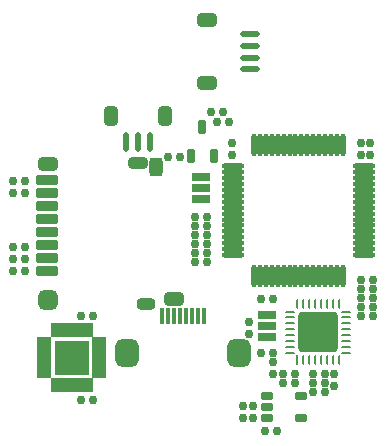
<source format=gts>
G04*
G04 #@! TF.GenerationSoftware,Altium Limited,Altium Designer,22.0.2 (36)*
G04*
G04 Layer_Color=8388736*
%FSLAX25Y25*%
%MOIN*%
G70*
G04*
G04 #@! TF.SameCoordinates,9873FD8C-C369-40C8-B75A-0789E1F0109A*
G04*
G04*
G04 #@! TF.FilePolarity,Negative*
G04*
G01*
G75*
%ADD42R,0.00942X0.03188*%
G04:AMPARAMS|DCode=43|XSize=31.88mil|YSize=9.42mil|CornerRadius=4.71mil|HoleSize=0mil|Usage=FLASHONLY|Rotation=90.000|XOffset=0mil|YOffset=0mil|HoleType=Round|Shape=RoundedRectangle|*
%AMROUNDEDRECTD43*
21,1,0.03188,0.00000,0,0,90.0*
21,1,0.02245,0.00942,0,0,90.0*
1,1,0.00942,0.00000,0.01123*
1,1,0.00942,0.00000,-0.01123*
1,1,0.00942,0.00000,-0.01123*
1,1,0.00942,0.00000,0.01123*
%
%ADD43ROUNDEDRECTD43*%
G04:AMPARAMS|DCode=44|XSize=9.42mil|YSize=31.88mil|CornerRadius=4.71mil|HoleSize=0mil|Usage=FLASHONLY|Rotation=90.000|XOffset=0mil|YOffset=0mil|HoleType=Round|Shape=RoundedRectangle|*
%AMROUNDEDRECTD44*
21,1,0.00942,0.02245,0,0,90.0*
21,1,0.00000,0.03188,0,0,90.0*
1,1,0.00942,0.01123,0.00000*
1,1,0.00942,0.01123,0.00000*
1,1,0.00942,-0.01123,0.00000*
1,1,0.00942,-0.01123,0.00000*
%
%ADD44ROUNDEDRECTD44*%
G04:AMPARAMS|DCode=45|XSize=26mil|YSize=26mil|CornerRadius=8mil|HoleSize=0mil|Usage=FLASHONLY|Rotation=180.000|XOffset=0mil|YOffset=0mil|HoleType=Round|Shape=RoundedRectangle|*
%AMROUNDEDRECTD45*
21,1,0.02600,0.01000,0,0,180.0*
21,1,0.01000,0.02600,0,0,180.0*
1,1,0.01600,-0.00500,0.00500*
1,1,0.01600,0.00500,0.00500*
1,1,0.01600,0.00500,-0.00500*
1,1,0.01600,-0.00500,-0.00500*
%
%ADD45ROUNDEDRECTD45*%
G04:AMPARAMS|DCode=46|XSize=26mil|YSize=26mil|CornerRadius=8mil|HoleSize=0mil|Usage=FLASHONLY|Rotation=90.000|XOffset=0mil|YOffset=0mil|HoleType=Round|Shape=RoundedRectangle|*
%AMROUNDEDRECTD46*
21,1,0.02600,0.01000,0,0,90.0*
21,1,0.01000,0.02600,0,0,90.0*
1,1,0.01600,0.00500,0.00500*
1,1,0.01600,0.00500,-0.00500*
1,1,0.01600,-0.00500,-0.00500*
1,1,0.01600,-0.00500,0.00500*
%
%ADD46ROUNDEDRECTD46*%
G04:AMPARAMS|DCode=47|XSize=45.37mil|YSize=65.06mil|CornerRadius=12.84mil|HoleSize=0mil|Usage=FLASHONLY|Rotation=180.000|XOffset=0mil|YOffset=0mil|HoleType=Round|Shape=RoundedRectangle|*
%AMROUNDEDRECTD47*
21,1,0.04537,0.03937,0,0,180.0*
21,1,0.01968,0.06506,0,0,180.0*
1,1,0.02568,-0.00984,0.01968*
1,1,0.02568,0.00984,0.01968*
1,1,0.02568,0.00984,-0.01968*
1,1,0.02568,-0.00984,-0.01968*
%
%ADD47ROUNDEDRECTD47*%
G04:AMPARAMS|DCode=48|XSize=21.75mil|YSize=65.06mil|CornerRadius=6.94mil|HoleSize=0mil|Usage=FLASHONLY|Rotation=0.000|XOffset=0mil|YOffset=0mil|HoleType=Round|Shape=RoundedRectangle|*
%AMROUNDEDRECTD48*
21,1,0.02175,0.05118,0,0,0.0*
21,1,0.00787,0.06506,0,0,0.0*
1,1,0.01387,0.00394,-0.02559*
1,1,0.01387,-0.00394,-0.02559*
1,1,0.01387,-0.00394,0.02559*
1,1,0.01387,0.00394,0.02559*
%
%ADD48ROUNDEDRECTD48*%
G04:AMPARAMS|DCode=49|XSize=21.75mil|YSize=65.06mil|CornerRadius=6.94mil|HoleSize=0mil|Usage=FLASHONLY|Rotation=270.000|XOffset=0mil|YOffset=0mil|HoleType=Round|Shape=RoundedRectangle|*
%AMROUNDEDRECTD49*
21,1,0.02175,0.05118,0,0,270.0*
21,1,0.00787,0.06506,0,0,270.0*
1,1,0.01387,-0.02559,-0.00394*
1,1,0.01387,-0.02559,0.00394*
1,1,0.01387,0.02559,0.00394*
1,1,0.01387,0.02559,-0.00394*
%
%ADD49ROUNDEDRECTD49*%
G04:AMPARAMS|DCode=50|XSize=45.37mil|YSize=65.06mil|CornerRadius=12.84mil|HoleSize=0mil|Usage=FLASHONLY|Rotation=270.000|XOffset=0mil|YOffset=0mil|HoleType=Round|Shape=RoundedRectangle|*
%AMROUNDEDRECTD50*
21,1,0.04537,0.03937,0,0,270.0*
21,1,0.01968,0.06506,0,0,270.0*
1,1,0.02568,-0.01968,-0.00984*
1,1,0.02568,-0.01968,0.00984*
1,1,0.02568,0.01968,0.00984*
1,1,0.02568,0.01968,-0.00984*
%
%ADD50ROUNDEDRECTD50*%
G04:AMPARAMS|DCode=51|XSize=37.5mil|YSize=65.06mil|CornerRadius=10.87mil|HoleSize=0mil|Usage=FLASHONLY|Rotation=270.000|XOffset=0mil|YOffset=0mil|HoleType=Round|Shape=RoundedRectangle|*
%AMROUNDEDRECTD51*
21,1,0.03750,0.04331,0,0,270.0*
21,1,0.01575,0.06506,0,0,270.0*
1,1,0.02175,-0.02165,-0.00787*
1,1,0.02175,-0.02165,0.00787*
1,1,0.02175,0.02165,0.00787*
1,1,0.02175,0.02165,-0.00787*
%
%ADD51ROUNDEDRECTD51*%
G04:AMPARAMS|DCode=52|XSize=37.5mil|YSize=61.12mil|CornerRadius=10.87mil|HoleSize=0mil|Usage=FLASHONLY|Rotation=270.000|XOffset=0mil|YOffset=0mil|HoleType=Round|Shape=RoundedRectangle|*
%AMROUNDEDRECTD52*
21,1,0.03750,0.03937,0,0,270.0*
21,1,0.01575,0.06112,0,0,270.0*
1,1,0.02175,-0.01968,-0.00787*
1,1,0.02175,-0.01968,0.00787*
1,1,0.02175,0.01968,0.00787*
1,1,0.02175,0.01968,-0.00787*
%
%ADD52ROUNDEDRECTD52*%
G04:AMPARAMS|DCode=53|XSize=46mil|YSize=65.06mil|CornerRadius=13mil|HoleSize=0mil|Usage=FLASHONLY|Rotation=270.000|XOffset=0mil|YOffset=0mil|HoleType=Round|Shape=RoundedRectangle|*
%AMROUNDEDRECTD53*
21,1,0.04600,0.03906,0,0,270.0*
21,1,0.02000,0.06506,0,0,270.0*
1,1,0.02600,-0.01953,-0.01000*
1,1,0.02600,-0.01953,0.01000*
1,1,0.02600,0.01953,0.01000*
1,1,0.02600,0.01953,-0.01000*
%
%ADD53ROUNDEDRECTD53*%
G04:AMPARAMS|DCode=54|XSize=65.06mil|YSize=65.06mil|CornerRadius=17.76mil|HoleSize=0mil|Usage=FLASHONLY|Rotation=270.000|XOffset=0mil|YOffset=0mil|HoleType=Round|Shape=RoundedRectangle|*
%AMROUNDEDRECTD54*
21,1,0.06506,0.02953,0,0,270.0*
21,1,0.02953,0.06506,0,0,270.0*
1,1,0.03553,-0.01476,-0.01476*
1,1,0.03553,-0.01476,0.01476*
1,1,0.03553,0.01476,0.01476*
1,1,0.03553,0.01476,-0.01476*
%
%ADD54ROUNDEDRECTD54*%
G04:AMPARAMS|DCode=55|XSize=63.09mil|YSize=45.37mil|CornerRadius=12.84mil|HoleSize=0mil|Usage=FLASHONLY|Rotation=270.000|XOffset=0mil|YOffset=0mil|HoleType=Round|Shape=RoundedRectangle|*
%AMROUNDEDRECTD55*
21,1,0.06309,0.01968,0,0,270.0*
21,1,0.03740,0.04537,0,0,270.0*
1,1,0.02568,-0.00984,-0.01870*
1,1,0.02568,-0.00984,0.01870*
1,1,0.02568,0.00984,0.01870*
1,1,0.02568,0.00984,-0.01870*
%
%ADD55ROUNDEDRECTD55*%
G04:AMPARAMS|DCode=56|XSize=45.37mil|YSize=67.02mil|CornerRadius=12.84mil|HoleSize=0mil|Usage=FLASHONLY|Rotation=270.000|XOffset=0mil|YOffset=0mil|HoleType=Round|Shape=RoundedRectangle|*
%AMROUNDEDRECTD56*
21,1,0.04537,0.04134,0,0,270.0*
21,1,0.01968,0.06702,0,0,270.0*
1,1,0.02568,-0.02067,-0.00984*
1,1,0.02568,-0.02067,0.00984*
1,1,0.02568,0.02067,0.00984*
1,1,0.02568,0.02067,-0.00984*
%
%ADD56ROUNDEDRECTD56*%
G04:AMPARAMS|DCode=57|XSize=33.56mil|YSize=74.9mil|CornerRadius=9.89mil|HoleSize=0mil|Usage=FLASHONLY|Rotation=270.000|XOffset=0mil|YOffset=0mil|HoleType=Round|Shape=RoundedRectangle|*
%AMROUNDEDRECTD57*
21,1,0.03356,0.05512,0,0,270.0*
21,1,0.01378,0.07490,0,0,270.0*
1,1,0.01978,-0.02756,-0.00689*
1,1,0.01978,-0.02756,0.00689*
1,1,0.01978,0.02756,0.00689*
1,1,0.01978,0.02756,-0.00689*
%
%ADD57ROUNDEDRECTD57*%
%ADD58O,0.01781X0.07687*%
%ADD59O,0.07687X0.01781*%
G04:AMPARAMS|DCode=60|XSize=29.62mil|YSize=41mil|CornerRadius=8.91mil|HoleSize=0mil|Usage=FLASHONLY|Rotation=90.000|XOffset=0mil|YOffset=0mil|HoleType=Round|Shape=RoundedRectangle|*
%AMROUNDEDRECTD60*
21,1,0.02962,0.02319,0,0,90.0*
21,1,0.01181,0.04100,0,0,90.0*
1,1,0.01781,0.01159,0.00591*
1,1,0.01781,0.01159,-0.00591*
1,1,0.01781,-0.01159,-0.00591*
1,1,0.01781,-0.01159,0.00591*
%
%ADD60ROUNDEDRECTD60*%
G04:AMPARAMS|DCode=61|XSize=92mil|YSize=78mil|CornerRadius=21mil|HoleSize=0mil|Usage=FLASHONLY|Rotation=270.000|XOffset=0mil|YOffset=0mil|HoleType=Round|Shape=RoundedRectangle|*
%AMROUNDEDRECTD61*
21,1,0.09200,0.03600,0,0,270.0*
21,1,0.05000,0.07800,0,0,270.0*
1,1,0.04200,-0.01800,-0.02500*
1,1,0.04200,-0.01800,0.02500*
1,1,0.04200,0.01800,0.02500*
1,1,0.04200,0.01800,-0.02500*
%
%ADD61ROUNDEDRECTD61*%
G04:AMPARAMS|DCode=62|XSize=56mil|YSize=16mil|CornerRadius=5.5mil|HoleSize=0mil|Usage=FLASHONLY|Rotation=90.000|XOffset=0mil|YOffset=0mil|HoleType=Round|Shape=RoundedRectangle|*
%AMROUNDEDRECTD62*
21,1,0.05600,0.00500,0,0,90.0*
21,1,0.04500,0.01600,0,0,90.0*
1,1,0.01100,0.00250,0.02250*
1,1,0.01100,0.00250,-0.02250*
1,1,0.01100,-0.00250,-0.02250*
1,1,0.01100,-0.00250,0.02250*
%
%ADD62ROUNDEDRECTD62*%
G04:AMPARAMS|DCode=63|XSize=27.65mil|YSize=63.09mil|CornerRadius=8.41mil|HoleSize=0mil|Usage=FLASHONLY|Rotation=270.000|XOffset=0mil|YOffset=0mil|HoleType=Round|Shape=RoundedRectangle|*
%AMROUNDEDRECTD63*
21,1,0.02765,0.04626,0,0,270.0*
21,1,0.01083,0.06309,0,0,270.0*
1,1,0.01683,-0.02313,-0.00541*
1,1,0.01683,-0.02313,0.00541*
1,1,0.01683,0.02313,0.00541*
1,1,0.01683,0.02313,-0.00541*
%
%ADD63ROUNDEDRECTD63*%
G04:AMPARAMS|DCode=64|XSize=27.65mil|YSize=63.09mil|CornerRadius=8.41mil|HoleSize=0mil|Usage=FLASHONLY|Rotation=270.000|XOffset=0mil|YOffset=0mil|HoleType=Round|Shape=RoundedRectangle|*
%AMROUNDEDRECTD64*
21,1,0.02765,0.04626,0,0,270.0*
21,1,0.01083,0.06309,0,0,270.0*
1,1,0.01683,-0.02313,-0.00541*
1,1,0.01683,-0.02313,0.00541*
1,1,0.01683,0.02313,0.00541*
1,1,0.01683,0.02313,-0.00541*
%
%ADD64ROUNDEDRECTD64*%
G04:AMPARAMS|DCode=65|XSize=29.62mil|YSize=45.37mil|CornerRadius=8.91mil|HoleSize=0mil|Usage=FLASHONLY|Rotation=180.000|XOffset=0mil|YOffset=0mil|HoleType=Round|Shape=RoundedRectangle|*
%AMROUNDEDRECTD65*
21,1,0.02962,0.02756,0,0,180.0*
21,1,0.01181,0.04537,0,0,180.0*
1,1,0.01781,-0.00591,0.01378*
1,1,0.01781,0.00591,0.01378*
1,1,0.01781,0.00591,-0.01378*
1,1,0.01781,-0.00591,-0.01378*
%
%ADD65ROUNDEDRECTD65*%
G04:AMPARAMS|DCode=66|XSize=22mil|YSize=48mil|CornerRadius=8mil|HoleSize=0mil|Usage=FLASHONLY|Rotation=90.000|XOffset=0mil|YOffset=0mil|HoleType=Round|Shape=RoundedRectangle|*
%AMROUNDEDRECTD66*
21,1,0.02200,0.03200,0,0,90.0*
21,1,0.00600,0.04800,0,0,90.0*
1,1,0.01600,0.01600,0.00300*
1,1,0.01600,0.01600,-0.00300*
1,1,0.01600,-0.01600,-0.00300*
1,1,0.01600,-0.01600,0.00300*
%
%ADD66ROUNDEDRECTD66*%
G04:AMPARAMS|DCode=67|XSize=22mil|YSize=48mil|CornerRadius=8mil|HoleSize=0mil|Usage=FLASHONLY|Rotation=0.000|XOffset=0mil|YOffset=0mil|HoleType=Round|Shape=RoundedRectangle|*
%AMROUNDEDRECTD67*
21,1,0.02200,0.03200,0,0,0.0*
21,1,0.00600,0.04800,0,0,0.0*
1,1,0.01600,0.00300,-0.01600*
1,1,0.01600,-0.00300,-0.01600*
1,1,0.01600,-0.00300,0.01600*
1,1,0.01600,0.00300,0.01600*
%
%ADD67ROUNDEDRECTD67*%
%ADD68R,0.11230X0.11624*%
G04:AMPARAMS|DCode=69|XSize=133.86mil|YSize=133.86mil|CornerRadius=13.39mil|HoleSize=0mil|Usage=FLASHONLY|Rotation=90.000|XOffset=0mil|YOffset=0mil|HoleType=Round|Shape=RoundedRectangle|*
%AMROUNDEDRECTD69*
21,1,0.13386,0.10709,0,0,90.0*
21,1,0.10709,0.13386,0,0,90.0*
1,1,0.02677,0.05354,0.05354*
1,1,0.02677,0.05354,-0.05354*
1,1,0.02677,-0.05354,-0.05354*
1,1,0.02677,-0.05354,0.05354*
%
%ADD69ROUNDEDRECTD69*%
D42*
X38110Y-38257D02*
D03*
D43*
X40079D02*
D03*
X42047D02*
D03*
X44016D02*
D03*
X45984D02*
D03*
X47953D02*
D03*
X49921D02*
D03*
X51890D02*
D03*
Y-19743D02*
D03*
X49921D02*
D03*
X47953D02*
D03*
X45984D02*
D03*
X44016D02*
D03*
X42047D02*
D03*
X40079D02*
D03*
X38110D02*
D03*
D44*
X54257Y-35890D02*
D03*
Y-33921D02*
D03*
Y-31953D02*
D03*
Y-29984D02*
D03*
Y-28016D02*
D03*
Y-26047D02*
D03*
Y-24079D02*
D03*
Y-22110D02*
D03*
X35743D02*
D03*
Y-24079D02*
D03*
Y-26047D02*
D03*
Y-28016D02*
D03*
Y-29984D02*
D03*
Y-31953D02*
D03*
Y-33921D02*
D03*
Y-35890D02*
D03*
D45*
X22100Y-29500D02*
D03*
Y-25500D02*
D03*
X23500Y-53500D02*
D03*
Y-57500D02*
D03*
X20000Y-53500D02*
D03*
Y-57500D02*
D03*
X59500Y34000D02*
D03*
Y30000D02*
D03*
X16500Y34000D02*
D03*
Y30000D02*
D03*
X62500Y34000D02*
D03*
Y30000D02*
D03*
X30000Y-39000D02*
D03*
Y-43000D02*
D03*
X50500D02*
D03*
Y-47000D02*
D03*
D46*
X33500Y-46000D02*
D03*
X37500D02*
D03*
X47500Y-49000D02*
D03*
X43500D02*
D03*
X47500Y-46000D02*
D03*
X43500D02*
D03*
X27500Y-62000D02*
D03*
X31500D02*
D03*
X63500Y-11500D02*
D03*
X59500D02*
D03*
X4000Y-2500D02*
D03*
X8000D02*
D03*
X4000Y500D02*
D03*
X8000D02*
D03*
Y-5500D02*
D03*
X4000D02*
D03*
X8000Y3500D02*
D03*
X4000D02*
D03*
X11500Y41000D02*
D03*
X15500D02*
D03*
X13500Y44500D02*
D03*
X9500D02*
D03*
X8000Y6500D02*
D03*
X4000D02*
D03*
X-5000Y29500D02*
D03*
X-1000D02*
D03*
X63500Y-14500D02*
D03*
X59500D02*
D03*
X4000Y9500D02*
D03*
X8000D02*
D03*
X-56500Y17500D02*
D03*
X-52500D02*
D03*
X-56500Y21500D02*
D03*
X-52500D02*
D03*
X-30000Y-23500D02*
D03*
X-34000D02*
D03*
X-56500Y-8500D02*
D03*
X-52500D02*
D03*
X-56500Y-4500D02*
D03*
X-52500D02*
D03*
X-56500Y-500D02*
D03*
X-52500D02*
D03*
X-30000Y-51500D02*
D03*
X-34000D02*
D03*
X33500Y-43000D02*
D03*
X37500D02*
D03*
X30000Y-36000D02*
D03*
X26000D02*
D03*
X43500Y-43000D02*
D03*
X47500D02*
D03*
X59500Y-17500D02*
D03*
X63500D02*
D03*
X30000Y-18000D02*
D03*
X26000D02*
D03*
X59500Y-23500D02*
D03*
X63500D02*
D03*
X59500Y-20500D02*
D03*
X63500D02*
D03*
D47*
X-5945Y42965D02*
D03*
X-24055D02*
D03*
D48*
X-18937Y34500D02*
D03*
X-11063D02*
D03*
X-15000D02*
D03*
D49*
X22500Y70374D02*
D03*
Y66437D02*
D03*
Y62500D02*
D03*
Y58563D02*
D03*
D50*
X8000Y74937D02*
D03*
Y54000D02*
D03*
D51*
X-15000Y27500D02*
D03*
D52*
X-12441Y-19449D02*
D03*
D53*
X-44921Y27016D02*
D03*
D54*
Y-18169D02*
D03*
D55*
X-9094Y26221D02*
D03*
D56*
X-2894Y-17874D02*
D03*
D57*
X-45413Y21791D02*
D03*
Y17461D02*
D03*
Y13130D02*
D03*
Y8799D02*
D03*
Y4468D02*
D03*
Y138D02*
D03*
Y-4193D02*
D03*
Y-8524D02*
D03*
D58*
X23736Y33350D02*
D03*
X25705D02*
D03*
X27673D02*
D03*
X29642D02*
D03*
X31610D02*
D03*
X33579D02*
D03*
X35547D02*
D03*
X37516D02*
D03*
X39484D02*
D03*
X41453D02*
D03*
X43421D02*
D03*
X45390D02*
D03*
X47358D02*
D03*
X49327D02*
D03*
X51295D02*
D03*
X53264D02*
D03*
Y-10350D02*
D03*
X51295D02*
D03*
X49327D02*
D03*
X47358D02*
D03*
X45390D02*
D03*
X43421D02*
D03*
X41453D02*
D03*
X39484D02*
D03*
X37516D02*
D03*
X35547D02*
D03*
X33579D02*
D03*
X31610D02*
D03*
X29642D02*
D03*
X27673D02*
D03*
X25705D02*
D03*
X23736D02*
D03*
D59*
X60350Y26264D02*
D03*
Y24295D02*
D03*
Y22327D02*
D03*
Y20358D02*
D03*
Y18390D02*
D03*
Y16421D02*
D03*
Y14453D02*
D03*
Y12484D02*
D03*
Y10516D02*
D03*
Y8547D02*
D03*
Y6579D02*
D03*
Y4610D02*
D03*
Y2642D02*
D03*
Y673D02*
D03*
Y-1295D02*
D03*
Y-3264D02*
D03*
X16650D02*
D03*
Y-1295D02*
D03*
Y673D02*
D03*
Y2642D02*
D03*
Y4610D02*
D03*
Y6579D02*
D03*
Y8547D02*
D03*
Y10516D02*
D03*
Y12484D02*
D03*
Y14453D02*
D03*
Y16421D02*
D03*
Y18390D02*
D03*
Y20358D02*
D03*
Y22327D02*
D03*
Y24295D02*
D03*
Y26264D02*
D03*
D60*
X39494Y-57740D02*
D03*
Y-50260D02*
D03*
X28095D02*
D03*
Y-54000D02*
D03*
Y-57740D02*
D03*
D61*
X18563Y-36000D02*
D03*
X-18563D02*
D03*
D62*
X6890Y-23600D02*
D03*
X4921D02*
D03*
X2953D02*
D03*
X984D02*
D03*
X-984D02*
D03*
X-2953D02*
D03*
X-4921D02*
D03*
X-6890D02*
D03*
D63*
X6000Y22740D02*
D03*
X28000Y-23260D02*
D03*
D64*
X6000Y19000D02*
D03*
Y15260D02*
D03*
X28000Y-27000D02*
D03*
Y-30740D02*
D03*
D65*
X2760Y29594D02*
D03*
X10240D02*
D03*
X6500Y39406D02*
D03*
D66*
X-27850Y-43406D02*
D03*
Y-41437D02*
D03*
Y-39469D02*
D03*
Y-37500D02*
D03*
Y-35531D02*
D03*
Y-33563D02*
D03*
Y-31594D02*
D03*
X-46150D02*
D03*
Y-33563D02*
D03*
Y-35531D02*
D03*
Y-37500D02*
D03*
Y-39469D02*
D03*
Y-41437D02*
D03*
Y-43406D02*
D03*
D67*
X-31095Y-28350D02*
D03*
X-33063D02*
D03*
X-35032D02*
D03*
X-37000D02*
D03*
X-38969D02*
D03*
X-40937D02*
D03*
X-42906D02*
D03*
Y-46650D02*
D03*
X-40937D02*
D03*
X-38969D02*
D03*
X-37000D02*
D03*
X-35032D02*
D03*
X-33063D02*
D03*
X-31095D02*
D03*
D68*
X-37000Y-37500D02*
D03*
D69*
X45000Y-29000D02*
D03*
M02*

</source>
